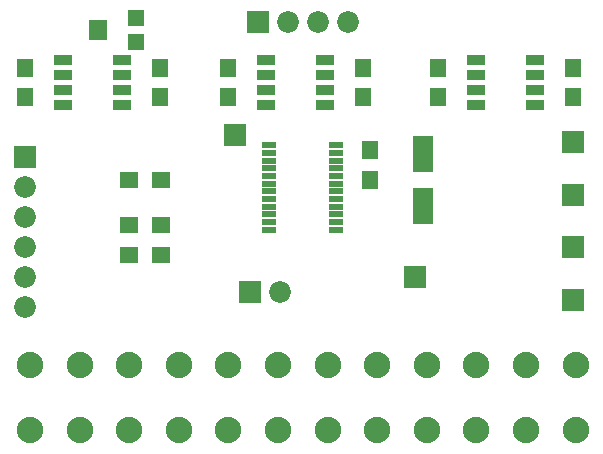
<source format=gts>
G04 #@! TF.FileFunction,Soldermask,Top*
%FSLAX46Y46*%
G04 Gerber Fmt 4.6, Leading zero omitted, Abs format (unit mm)*
G04 Created by KiCad (PCBNEW 4.0.7) date 08/02/18 14:57:07*
%MOMM*%
%LPD*%
G01*
G04 APERTURE LIST*
%ADD10C,0.100000*%
%ADD11R,1.390000X1.640000*%
%ADD12R,1.740000X3.140000*%
%ADD13R,1.840000X1.840000*%
%ADD14O,1.840000X1.840000*%
%ADD15R,1.640000X1.440000*%
%ADD16R,1.640000X1.740000*%
%ADD17R,1.340000X1.340000*%
%ADD18R,1.240000X0.540000*%
%ADD19R,1.645000X0.942000*%
%ADD20C,2.240000*%
G04 APERTURE END LIST*
D10*
D11*
X150495000Y-90190000D03*
X150495000Y-92690000D03*
D12*
X154940000Y-90510000D03*
X154940000Y-94910000D03*
D11*
X156210000Y-83205000D03*
X156210000Y-85705000D03*
X138430000Y-85705000D03*
X138430000Y-83205000D03*
X132715000Y-83205000D03*
X132715000Y-85705000D03*
D13*
X167640000Y-93980000D03*
X167640000Y-98425000D03*
X167640000Y-89535000D03*
X167640000Y-102870000D03*
X140335000Y-102235000D03*
D14*
X142875000Y-102235000D03*
D13*
X154305000Y-100965000D03*
X139065000Y-88900000D03*
X140970000Y-79375000D03*
D14*
X143510000Y-79375000D03*
X146050000Y-79375000D03*
X148590000Y-79375000D03*
D15*
X130095000Y-99060000D03*
X132795000Y-99060000D03*
X132795000Y-92710000D03*
X130095000Y-92710000D03*
X132795000Y-96520000D03*
X130095000Y-96520000D03*
D16*
X127455000Y-80010000D03*
D17*
X130705000Y-81010000D03*
X130705000Y-79010000D03*
D18*
X141930000Y-89770000D03*
X141930000Y-90420000D03*
X141930000Y-91070000D03*
X141930000Y-91720000D03*
X141930000Y-92370000D03*
X141930000Y-93020000D03*
X141930000Y-93670000D03*
X141930000Y-94320000D03*
X141930000Y-94970000D03*
X141930000Y-95620000D03*
X141930000Y-96270000D03*
X141930000Y-96920000D03*
X147630000Y-96920000D03*
X147630000Y-96270000D03*
X147630000Y-95620000D03*
X147630000Y-94970000D03*
X147630000Y-94320000D03*
X147630000Y-93670000D03*
X147630000Y-93020000D03*
X147630000Y-92370000D03*
X147630000Y-91720000D03*
X147630000Y-91070000D03*
X147630000Y-90420000D03*
X147630000Y-89770000D03*
D19*
X124502500Y-82550000D03*
X124502500Y-83820000D03*
X124502500Y-85090000D03*
X124502500Y-86360000D03*
X129497500Y-86360000D03*
X129497500Y-85090000D03*
X129497500Y-83820000D03*
X129497500Y-82550000D03*
X141647500Y-82550000D03*
X141647500Y-83820000D03*
X141647500Y-85090000D03*
X141647500Y-86360000D03*
X146642500Y-86360000D03*
X146642500Y-85090000D03*
X146642500Y-83820000D03*
X146642500Y-82550000D03*
X159427500Y-82550000D03*
X159427500Y-83820000D03*
X159427500Y-85090000D03*
X159427500Y-86360000D03*
X164422500Y-86360000D03*
X164422500Y-85090000D03*
X164422500Y-83820000D03*
X164422500Y-82550000D03*
D13*
X121285000Y-90805000D03*
D14*
X121285000Y-93345000D03*
X121285000Y-95885000D03*
X121285000Y-98425000D03*
X121285000Y-100965000D03*
X121285000Y-103505000D03*
D11*
X121285000Y-85705000D03*
X121285000Y-83205000D03*
X149860000Y-83205000D03*
X149860000Y-85705000D03*
X167640000Y-85705000D03*
X167640000Y-83205000D03*
D20*
X121680000Y-108375000D03*
X125880000Y-108375000D03*
X130080000Y-108375000D03*
X134280000Y-108375000D03*
X138480000Y-108375000D03*
X142680000Y-108375000D03*
X146880000Y-108375000D03*
X151080000Y-108375000D03*
X155280000Y-108375000D03*
X159480000Y-108375000D03*
X163680000Y-108375000D03*
X167880000Y-108375000D03*
X121680000Y-113875000D03*
X125880000Y-113875000D03*
X130080000Y-113875000D03*
X134280000Y-113875000D03*
X138480000Y-113875000D03*
X142680000Y-113875000D03*
X146880000Y-113875000D03*
X151080000Y-113875000D03*
X155280000Y-113875000D03*
X159480000Y-113875000D03*
X163680000Y-113875000D03*
X167880000Y-113875000D03*
M02*

</source>
